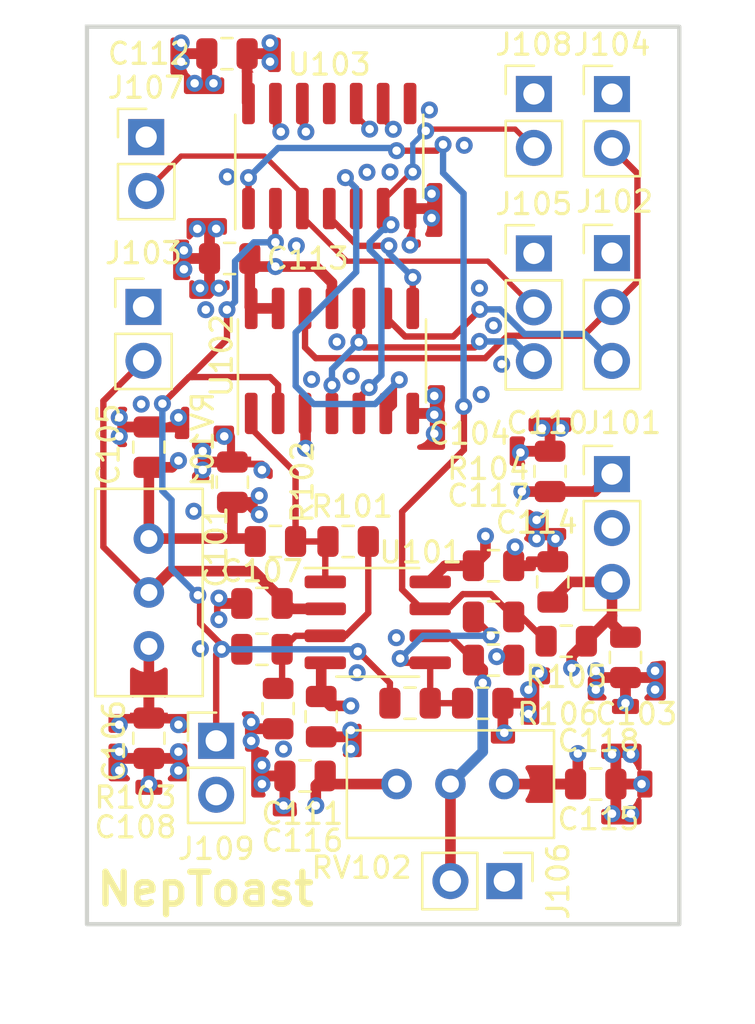
<source format=kicad_pcb>
(kicad_pcb (version 20211014) (generator pcbnew)
  (title_block (comment 4 "AISLER Project ID: MQHRUSWM"))
  (layers (0 "F.Cu" signal) (1 "In1.Cu" power) (2 "In2.Cu" power) (31 "B.Cu" signal) (34 "B.Paste" user) (35 "F.Paste" user) (36 "B.SilkS" user "B.Silkscreen") (37 "F.SilkS" user "F.Silkscreen") (38 "B.Mask" user) (39 "F.Mask" user) (44 "Edge.Cuts" user))
  (net 0 "")
  (net 1 "+5V")
  (net 2 "GND")
  (net 3 "-5V")
  (net 4 "/Ref_Comp_A")
  (net 5 "/Signal_Comp_A")
  (net 6 "/Ref_Comp_B")
  (net 7 "/Signal_Comp_B")
  (net 8 "/Signal_Out_Rising")
  (net 9 "/Rising_Edge_Out")
  (net 10 "Signal_Rising")
  (net 11 "/Signal_Out_Falling")
  (net 12 "/Falling_Edge_Out")
  (net 13 "Signal_Falling")
  (net 14 "/Both_Edges_Out")
  (net 15 "Signal_In")
  (net 16 "/Comp_Out_A")
  (net 17 "/Comp_Out_B")
  (net 18 "Net-(U102-Pad6)")
  (net 19 "Net-(U102-Pad8)")
  (footprint "Capacitor_SMD:C_0805_2012Metric" (layer "F.Cu") (at 62.225 73.152)
    (fp_text reference "C115")
    (fp_text value "10u")
  )
  (footprint "Capacitor_SMD:C_0805_2012Metric" (layer "F.Cu") (at 60.198 63.627 90)
    (fp_text reference "C114")
    (fp_text value "100n")
  )
  (footprint "Connector_PinHeader_2.54mm:PinHeader_1x03_P2.54mm_Vertical" (layer "F.Cu") (at 59.309 48.148)
    (fp_text reference "J105")
    (fp_text value "Conn_01x03_Male")
  )
  (footprint "Capacitor_SMD:C_0805_2012Metric" (layer "F.Cu") (at 46.482 64.643 180)
    (fp_text reference "C107")
    (fp_text value "1u")
  )
  (footprint "Capacitor_SMD:C_0805_2012Metric" (layer "F.Cu") (at 41.148 70.993 -90)
    (fp_text reference "C106")
    (fp_text value "10u")
  )
  (footprint "Capacitor_SMD:C_0805_2012Metric" (layer "F.Cu") (at 49.276 69.977 -90)
    (fp_text reference "C111")
    (fp_text value "100n")
  )
  (footprint "Connector_PinHeader_2.54mm:PinHeader_1x03_P2.54mm_Vertical" (layer "F.Cu") (at 62.992 58.547)
    (fp_text reference "J101")
    (fp_text value "Conn_01x03_Male")
  )
  (footprint "Capacitor_SMD:C_0805_2012Metric" (layer "F.Cu") (at 45.085 58.928 90)
    (fp_text reference "C101")
    (fp_text value "100n")
  )
  (footprint "Capacitor_SMD:C_0805_2012Metric" (layer "F.Cu") (at 48.514 72.771 180)
    (fp_text reference "C116")
    (fp_text value "10u")
  )
  (footprint "Capacitor_SMD:C_0805_2012Metric" (layer "F.Cu") (at 57.404 65.278)
    (fp_text reference "R104")
    (fp_text value "100k")
  )
  (footprint "Connector_PinHeader_2.54mm:PinHeader_1x02_P2.54mm_Vertical" (layer "F.Cu") (at 57.912 77.724 -90)
    (fp_text reference "J106")
    (fp_text value "Conn_01x02_Male")
  )
  (footprint "Connector_PinHeader_2.54mm:PinHeader_1x02_P2.54mm_Vertical" (layer "F.Cu") (at 40.894 50.668)
    (fp_text reference "J103")
    (fp_text value "Conn_01x02_Male")
  )
  (footprint "Package_SO:SOIC-14_3.9x8.7mm_P1.27mm" (layer "F.Cu") (at 49.784 53.213 90)
    (fp_text reference "U102")
    (fp_text value "74LS11")
  )
  (footprint "Capacitor_SMD:C_0805_2012Metric" (layer "F.Cu") (at 47.244 69.596 -90)
    (fp_text reference "C108")
    (fp_text value "1n")
  )
  (footprint "Capacitor_SMD:C_0805_2012Metric" (layer "F.Cu") (at 63.627 67.183 -90)
    (fp_text reference "C103")
    (fp_text value "10u")
  )
  (footprint "Capacitor_SMD:C_0805_2012Metric" (layer "F.Cu") (at 53.467 69.342)
    (fp_text reference "R106")
    (fp_text value "10k")
  )
  (footprint "Connector_PinHeader_2.54mm:PinHeader_1x02_P2.54mm_Vertical" (layer "F.Cu") (at 41.021 42.667)
    (fp_text reference "J107")
    (fp_text value "Conn_01x02_Male")
  )
  (footprint "Connector_PinHeader_2.54mm:PinHeader_1x02_P2.54mm_Vertical" (layer "F.Cu") (at 44.323 71.115)
    (fp_text reference "J109")
    (fp_text value "Conn_01x02_Male")
  )
  (footprint "Connector_PinHeader_2.54mm:PinHeader_1x02_P2.54mm_Vertical" (layer "F.Cu") (at 62.992 40.64)
    (fp_text reference "J104")
    (fp_text value "Conn_01x02_Male")
  )
  (footprint "Potentiometer_THT:Potentiometer_Bourns_3296W_Vertical" (layer "F.Cu") (at 41.148 61.585 90)
    (fp_text reference "RV101")
    (fp_text value "R_Potentiometer_Trim")
  )
  (footprint "Connector_PinHeader_2.54mm:PinHeader_1x02_P2.54mm_Vertical" (layer "F.Cu") (at 59.309 40.635)
    (fp_text reference "J108")
    (fp_text value "Conn_01x02_Male")
  )
  (footprint "Capacitor_SMD:C_0805_2012Metric" (layer "F.Cu") (at 60.833 66.421 180)
    (fp_text reference "R105")
    (fp_text value "22k")
  )
  (footprint "Capacitor_SMD:C_0805_2012Metric" (layer "F.Cu") (at 57.404 67.31)
    (fp_text reference "C117")
    (fp_text value "1u")
  )
  (footprint "Package_SO:SOIC-14_3.9x8.7mm_P1.27mm" (layer "F.Cu") (at 49.657 43.561 90)
    (fp_text reference "U103")
    (fp_text value "74LS32")
  )
  (footprint "Capacitor_SMD:C_0805_2012Metric" (layer "F.Cu") (at 41.148 57.277 90)
    (fp_text reference "C105")
    (fp_text value "10u")
  )
  (footprint "Capacitor_SMD:C_0805_2012Metric" (layer "F.Cu") (at 57.404 62.865)
    (fp_text reference "C104")
    (fp_text value "100n")
  )
  (footprint "Capacitor_SMD:C_0805_2012Metric" (layer "F.Cu") (at 44.831 38.735 180)
    (fp_text reference "C112")
    (fp_text value "100n")
  )
  (footprint "Package_SO:SOIC-8_3.9x4.9mm_P1.27mm" (layer "F.Cu") (at 51.943 65.532)
    (fp_text reference "U101")
    (fp_text value "LM393")
  )
  (footprint "Capacitor_SMD:C_0805_2012Metric" (layer "F.Cu") (at 47.117 61.722)
    (fp_text reference "R102")
    (fp_text value "22k")
  )
  (footprint "Connector_PinHeader_2.54mm:PinHeader_1x03_P2.54mm_Vertical" (layer "F.Cu") (at 62.992 48.133)
    (fp_text reference "J102")
    (fp_text value "Conn_01x03_Male")
  )
  (footprint "Potentiometer_THT:Potentiometer_Bourns_3296W_Vertical" (layer "F.Cu") (at 57.912 73.152)
    (fp_text reference "RV102")
    (fp_text value "R_Potentiometer_Trim")
  )
  (footprint "Capacitor_SMD:C_0805_2012Metric" (layer "F.Cu") (at 46.482 66.802)
    (fp_text reference "R103")
    (fp_text value "10k")
  )
  (footprint "Capacitor_SMD:C_0805_2012Metric" (layer "F.Cu") (at 60.071 58.42 90)
    (fp_text reference "C110")
    (fp_text value "10u")
  )
  (footprint "Capacitor_SMD:C_0805_2012Metric" (layer "F.Cu") (at 56.896 69.342)
    (fp_text reference "C118")
    (fp_text value "1n")
  )
  (footprint "Capacitor_SMD:C_0805_2012Metric" (layer "F.Cu") (at 44.958 48.387 180)
    (fp_text reference "C113")
    (fp_text value "100n")
  )
  (footprint "Capacitor_SMD:C_0805_2012Metric" (layer "F.Cu") (at 50.546 61.722 180)
    (fp_text reference "R101")
    (fp_text value "100k")
  )
  (gr_rect (start 66.167 37.465) (end 38.227 79.756) (layer "Edge.Cuts") (width 0.2) (fill none))
  (gr_text "NepToast" (at 43.815 78.105) (layer "F.SilkS") (effects (font (size 1.5 1.5) (thickness 0.3))))
  (segment (start 60.198 64.577) (end 60.198 64.836) (width 0.3) (layer "F.Cu") (net 1))
  (segment (start 61.380489 71.715511) (end 61.380489 73.046511) (width 0.5) (layer "F.Cu") (net 1))
  (segment (start 54.418 63.627) (end 54.418 63.565) (width 0.5) (layer "F.Cu") (net 1))
  (segment (start 45.085 59.878) (end 46.04 59.878) (width 0.5) (layer "F.Cu") (net 1))
  (segment (start 45.781 59.878) (end 46.355 60.452) (width 0.5) (layer "F.Cu") (net 1))
  (segment (start 62.992 65.598) (end 63.627 66.233) (width 0.5) (layer "F.Cu") (net 1))
  (segment (start 45.781 38.735) (end 45.781 41.02) (width 0.5) (layer "F.Cu") (net 1))
  (segment (start 47.117 48.768) (end 49.022 48.768) (width 0.5) (layer "F.Cu") (net 1))
  (segment (start 61.971 66.233) (end 61.783 66.421) (width 0.25) (layer "F.Cu") (net 1))
  (segment (start 62.992 63.627) (end 62.992 65.212) (width 0.5) (layer "F.Cu") (net 1))
  (segment (start 62.992 65.212) (end 62.992 65.598) (width 0.5) (layer "F.Cu") (net 1))
  (segment (start 45.974 50.738) (end 47.244 50.738) (width 0.5) (layer "F.Cu") (net 1))
  (segment (start 41.148 61.585) (end 44.968 61.585) (width 0.5) (layer "F.Cu") (net 1))
  (segment (start 46.04 59.878) (end 46.355 59.563) (width 0.5) (layer "F.Cu") (net 1))
  (segment (start 45.085 59.878) (end 45.085 61.468) (width 0.5) (layer "F.Cu") (net 1))
  (segment (start 57.023 61.468) (end 57.023 62.296) (width 0.5) (layer "F.Cu") (net 1))
  (segment (start 61.087 67.117) (end 61.783 66.421) (width 0.5) (layer "F.Cu") (net 1))
  (segment (start 45.085 61.468) (end 44.968 61.585) (width 0.5) (layer "F.Cu") (net 1))
  (segment (start 61.380489 73.046511) (end 61.275 73.152) (width 0.5) (layer "F.Cu") (net 1))
  (segment (start 45.085 59.878) (end 45.781 59.878) (width 0.5) (layer "F.Cu") (net 1))
  (segment (start 48.54022 55.71422) (end 48.514 55.688) (width 0.5) (layer "F.Cu") (net 1))
  (segment (start 45.781 41.02) (end 45.847 41.086) (width 0.5) (layer "F.Cu") (net 1))
  (segment (start 48.54022 57.327899) (end 48.54022 55.71422) (width 0.5) (layer "F.Cu") (net 1))
  (segment (start 46.289 48.768) (end 45.908 48.387) (width 0.5) (layer "F.Cu") (net 1))
  (segment (start 49.784 49.53) (end 49.784 50.738) (width 0.5) (layer "F.Cu") (net 1))
  (segment (start 47.117 48.768) (end 46.289 48.768) (width 0.5) (layer "F.Cu") (net 1))
  (segment (start 61.087 67.691) (end 61.087 67.117) (width 0.5) (layer "F.Cu") (net 1))
  (segment (start 45.908 50.672) (end 45.974 50.738) (width 0.5) (layer "F.Cu") (net 1))
  (segment (start 57.023 62.296) (end 56.454 62.865) (width 0.5) (layer "F.Cu") (net 1))
  (segment (start 54.418 63.565) (end 55.118 62.865) (width 0.5) (layer "F.Cu") (net 1))
  (segment (start 62.992 63.627) (end 61.021 63.627) (width 0.5) (layer "F.Cu") (net 1))
  (segment (start 55.118 62.865) (end 56.454 62.865) (width 0.5) (layer "F.Cu") (net 1))
  (segment (start 44.968 61.585) (end 46.03 61.585) (width 0.5) (layer "F.Cu") (net 1))
  (segment (start 41.148 61.585) (end 41.148 58.227) (width 0.5) (layer "F.Cu") (net 1))
  (segment (start 62.992 65.212) (end 61.783 66.421) (width 0.5) (layer "F.Cu") (net 1))
  (segment (start 56.454 62.865) (end 56.454 63.053) (width 0.5) (layer "F.Cu") (net 1))
  (segment (start 61.021 63.627) (end 60.071 64.577) (width 0.5) (layer "F.Cu") (net 1))
  (segment (start 57.912 73.152) (end 61.275 73.152) (width 0.5) (layer "F.Cu") (net 1))
  (segment (start 45.908 48.387) (end 45.908 50.672) (width 0.5) (layer "F.Cu") (net 1))
  (segment (start 41.148 58.227) (end 42.23 58.227) (width 0.5) (layer "F.Cu") (net 1))
  (segment (start 49.022 48.768) (end 49.784 49.53) (width 0.5) (layer "F.Cu") (net 1))
  (segment (start 42.23 58.227) (end 42.545 57.912) (width 0.5) (layer "F.Cu") (net 1))
  (segment (start 46.03 61.585) (end 46.167 61.722) (width 0.5) (layer "F.Cu") (net 1))
  (via (at 61.380489 71.715511) (size 0.8) (drill 0.4) (layers "F.Cu" "B.Cu") (net 1))
  (via (at 47.117 48.768) (size 0.8) (drill 0.4) (layers "F.Cu" "B.Cu") (net 1))
  (via (at 46.863 38.227) (size 0.8) (drill 0.4) (layers "F.Cu" "B.Cu") (net 1))
  (via (at 61.087 67.691) (size 0.8) (drill 0.4) (layers "F.Cu" "B.Cu") (net 1))
  (via (at 57.023 61.468) (size 0.8) (drill 0.4) (layers "F.Cu" "B.Cu") (net 1))
  (via (at 42.545 57.912) (size 0.8) (drill 0.4) (layers "F.Cu" "B.Cu") (net 1))
  (via (at 46.863 39.116) (size 0.8) (drill 0.4) (layers "F.Cu" "B.Cu") (net 1))
  (via (at 46.355 60.452) (size 0.8) (drill 0.4) (layers "F.Cu" "B.Cu") (net 1))
  (via (at 48.54022 57.327899) (size 0.8) (drill 0.4) (layers "F.Cu" "B.Cu") (net 1))
  (via (at 46.355 59.563) (size 0.8) (drill 0.4) (layers "F.Cu" "B.Cu") (net 1))
  (segment (start 47.371 42.418) (end 47.117 42.164) (width 0.25) (layer "F.Cu") (net 2))
  (segment (start 52.675563 42.298698) (end 52.197 41.820135) (width 0.25) (layer "F.Cu") (net 2))
  (segment (start 52.197 41.820135) (end 52.197 41.086) (width 0.25) (layer "F.Cu") (net 2))
  (segment (start 50.927 41.656) (end 50.927 41.086) (width 0.25) (layer "F.Cu") (net 2))
  (segment (start 47.117 42.164) (end 47.117 41.086) (width 0.25) (layer "F.Cu") (net 2))
  (segment (start 51.562 42.291) (end 50.927 41.656) (width 0.25) (layer "F.Cu") (net 2))
  (segment (start 48.387 42.2515) (end 48.387 41.086) (width 0.25) (layer "F.Cu") (net 2))
  (segment (start 48.5535 42.418) (end 48.387 42.2515) (width 0.25) (layer "F.Cu") (net 2))
  (via (at 58.42 61.976) (size 0.8) (drill 0.4) (layers "F.Cu" "B.Cu") (net 2))
  (via (at 63.627 69.342) (size 0.8) (drill 0.4) (layers "F.Cu" "B.Cu") (net 2))
  (via (at 54.61 56.642) (size 0.8) (drill 0.4) (layers "F.Cu" "B.Cu") (net 2))
  (via (at 47.498 74.168) (size 0.8) (drill 0.4) (layers "F.Cu" "B.Cu") (net 2))
  (via (at 42.799 48.895) (size 0.8) (drill 0.4) (layers "F.Cu" "B.Cu") (net 2))
  (via (at 60.579 56.388) (size 0.8) (drill 0.4) (layers "F.Cu" "B.Cu") (net 2))
  (via (at 53.467 47.752) (size 0.8) (drill 0.4) (layers "F.Cu" "B.Cu") (net 2))
  (via (at 42.545 71.628) (size 0.8) (drill 0.4) (layers "F.Cu" "B.Cu") (net 2))
  (via (at 59.69 56.388) (size 0.8) (drill 0.4) (layers "F.Cu" "B.Cu") (net 2))
  (via (at 59.055 68.707) (size 0.8) (drill 0.4) (layers "F.Cu" "B.Cu") (net 2))
  (via (at 44.45 64.389) (size 0.8) (drill 0.4) (layers "F.Cu" "B.Cu") (net 2))
  (via (at 62.992 71.755) (size 0.8) (drill 0.4) (layers "F.Cu" "B.Cu") (net 2))
  (via (at 62.23 67.818) (size 0.8) (drill 0.4) (layers "F.Cu" "B.Cu") (net 2))
  (via (at 52.819374 66.255835) (size 0.8) (drill 0.4) (layers "F.Cu" "B.Cu") (net 2))
  (via (at 48.821734 54.085724) (size 0.8) (drill 0.4) (layers "F.Cu" "B.Cu") (net 2))
  (via (at 59.436 61.595) (size 0.8) (drill 0.4) (layers "F.Cu" "B.Cu") (net 2))
  (via (at 56.822438 54.797297) (size 0.8) (drill 0.4) (layers "F.Cu" "B.Cu") (net 2))
  (via (at 54.483 45.339) (size 0.8) (drill 0.4) (layers "F.Cu" "B.Cu") (net 2))
  (via (at 43.577826 66.776378) (size 0.8) (drill 0.4) (layers "F.Cu" "B.Cu") (net 2))
  (via (at 54.61 54.864) (size 0.8) (drill 0.4) (layers "F.Cu" "B.Cu") (net 2))
  (via (at 56.740762 49.78498) (size 0.8) (drill 0.4) (layers "F.Cu" "B.Cu") (net 2))
  (via (at 57.789502 53.366952) (size 0.8) (drill 0.4) (layers "F.Cu" "B.Cu") (net 2))
  (via (at 54.380718 41.388965) (size 0.8) (drill 0.4) (layers "F.Cu" "B.Cu") (net 2))
  (via (at 39.751 55.88) (size 0.8) (drill 0.4) (layers "F.Cu" "B.Cu") (net 2))
  (via (at 43.434 46.99) (size 0.8) (drill 0.4) (layers "F.Cu" "B.Cu") (net 2))
  (via (at 42.672 38.227) (size 0.8) (drill 0.4) (layers "F.Cu" "B.Cu") (net 2))
  (via (at 42.672 39.116) (size 0.8) (drill 0.4) (layers "F.Cu" "B.Cu") (net 2))
  (via (at 63.881 74.549) (size 0.8) (drill 0.4) (layers "F.Cu" "B.Cu") (net 2))
  (via (at 59.563 67.945) (size 0.8) (drill 0.4) (layers "F.Cu" "B.Cu") (net 2))
  (via (at 44.196 40.132) (size 0.8) (drill 0.4) (layers "F.Cu" "B.Cu") (net 2))
  (via (at 43.831497 50.8) (size 0.8) (drill 0.4) (layers "F.Cu" "B.Cu") (net 2))
  (via (at 46.482 73.152) (size 0.8) (drill 0.4) (layers "F.Cu" "B.Cu") (net 2))
  (via (at 39.751 56.769) (size 0.8) (drill 0.4) (layers "F.Cu" "B.Cu") (net 2))
  (via (at 43.307 40.132) (size 0.8) (drill 0.4) (layers "F.Cu" "B.Cu") (net 2))
  (via (at 47.498 71.501) (size 0.8) (drill 0.4) (layers "F.Cu" "B.Cu") (net 2))
  (via (at 62.992 74.549) (size 0.8) (drill 0.4) (layers "F.Cu" "B.Cu") (net 2))
  (via (at 54.483 46.482) (size 0.8) (drill 0.4) (layers "F.Cu" "B.Cu") (net 2))
  (via (at 42.545 55.88) (size 0.8) (drill 0.4) (layers "F.Cu" "B.Cu") (net 2))
  (via (at 43.561 49.784) (size 0.8) (drill 0.4) (layers "F.Cu" "B.Cu") (net 2))
  (via (at 60.325 61.595) (size 0.8) (drill 0.4) (layers "F.Cu" "B.Cu") (net 2))
  (via (at 40.788034 55.250119) (size 0.8) (drill 0.4) (layers "F.Cu" "B.Cu") (net 2))
  (via (at 42.545 72.517) (size 0.8) (drill 0.4) (layers "F.Cu" "B.Cu") (net 2))
  (via (at 51.435 44.323) (size 0.8) (drill 0.4) (layers "F.Cu" "B.Cu") (net 2))
  (via (at 65.024 67.818) (size 0.8) (drill 0.4) (layers "F.Cu" "B.Cu") (net 2))
  (via (at 39.751 71.628) (size 0.8) (drill 0.4) (layers "F.Cu" "B.Cu") (net 2))
  (via (at 50.673 71.501) (size 0.8) (drill 0.4) (layers "F.Cu" "B.Cu") (net 2))
  (via (at 44.45 65.405) (size 0.8) (drill 0.4) (layers "F.Cu" "B.Cu") (net 2))
  (via (at 50.016023 52.314523) (size 0.8) (drill 0.4) (layers "F.Cu" "B.Cu") (net 2))
  (via (at 44.45 49.784) (size 0.8) (drill 0.4) (layers "F.Cu" "B.Cu") (net 2))
  (via (at 44.323 46.99) (size 0.8) (drill 0.4) (layers "F.Cu" "B.Cu") (net 2))
  (via (at 45.974 71.12) (size 0.8) (drill 0.4) (layers "F.Cu" "B.Cu") (net 2))
  (via (at 56.022672 43.05301) (size 0.8) (drill 0.4) (layers "F.Cu" "B.Cu") (net 2))
  (via (at 52.675563 42.298698) (size 0.8) (drill 0.4) (layers "F.Cu" "B.Cu") (net 2))
  (via (at 44.848201 44.5395) (size 0.8) (drill 0.4) (layers "F.Cu" "B.Cu") (net 2))
  (via (at 43.269117 60.297681) (size 0.8) (drill 0.4) (layers "F.Cu" "B.Cu") (net 2))
  (via (at 50.971168 67.906122) (size 0.8) (drill 0.4) (layers "F.Cu" "B.Cu") (net 2))
  (via (at 59.055 69.85) (size 0.8) (drill 0.4) (layers "F.Cu" "B.Cu") (net 2))
  (via (at 59.436 60.706) (size 0.8) (drill 0.4) (layers "F.Cu" "B.Cu") (net 2))
  (via (at 41.148 73.152) (size 0.8) (drill 0.4) (layers "F.Cu" "B.Cu") (net 2))
  (via (at 42.799 48.006) (size 0.8) (drill 0.4) (layers "F.Cu" "B.Cu") (net 2))
  (via (at 44.704 56.769) (size 0.8) (drill 0.4) (layers "F.Cu" "B.Cu") (net 2))
  (via (at 43.688 57.465) (size 0.8) (drill 0.4) (layers "F.Cu" "B.Cu") (net 2))
  (via (at 43.688 58.354) (size 0.8) (drill 0.4) (layers "F.Cu" "B.Cu") (net 2))
  (via (at 54.61 55.753) (size 0.8) (drill 0.4) (layers "F.Cu" "B.Cu") (net 2))
  (via (at 48.102904 47.789317) (size 0.8) (drill 0.4) (layers "F.Cu" "B.Cu") (net 2))
  (via (at 52.52183 44.3105) (size 0.8) (drill 0.4) (layers "F.Cu" "B.Cu") (net 2))
  (via (at 58.674 57.531) (size 0.8) (drill 0.4) (layers "F.Cu" "B.Cu") (net 2))
  (via (at 57.5535 67.147286) (size 0.8) (drill 0.4) (layers "F.Cu" "B.Cu") (net 2))
  (via (at 65.024 68.707) (size 0.8) (drill 0.4) (layers "F.Cu" "B.Cu") (net 2))
  (via (at 46.482 72.263) (size 0.8) (drill 0.4) (layers "F.Cu" "B.Cu") (net 2))
  (via (at 48.5535 42.418) (size 0.8) (drill 0.4) (layers "F.Cu" "B.Cu") (net 2))
  (via (at 47.371 42.418) (size 0.8) (drill 0.4) (layers "F.Cu" "B.Cu") (net 2))
  (via (at 57.402648 51.546273) (size 0.8) (drill 0.4) (layers "F.Cu" "B.Cu") (net 2))
  (via (at 64.389 73.152) (size 0.8) (drill 0.4) (layers "F.Cu" "B.Cu") (net 2))
  (via (at 50.690932 53.935907) (size 0.8) (drill 0.4) (layers "F.Cu" "B.Cu") (net 2))
  (via (at 50.673 70.612) (size 0.8) (drill 0.4) (layers "F.Cu" "B.Cu") (net 2))
  (via (at 46.482 58.354) (size 0.8) (drill 0.4) (layers "F.Cu" "B.Cu") (net 2))
  (via (at 51.562 42.291) (size 0.8) (drill 0.4) (layers "F.Cu" "B.Cu") (net 2))
  (via (at 62.23 68.707) (size 0.8) (drill 0.4) (layers "F.Cu" "B.Cu") (net 2))
  (via (at 45.974 70.231) (size 0.8) (drill 0.4) (layers "F.Cu" "B.Cu") (net 2))
  (via (at 39.751 72.517) (size 0.8) (drill 0.4) (layers "F.Cu" "B.Cu") (net 2))
  (via (at 63.881 71.755) (size 0.8) (drill 0.4) (layers "F.Cu" "B.Cu") (net 2))
  (via (at 57.912 70.739) (size 0.8) (drill 0.4) (layers "F.Cu" "B.Cu") (net 2))
  (segment (start 60.071 59.37) (end 58.74 59.37) (width 0.5) (layer "F.Cu") (net 3))
  (segment (start 62.169 59.37) (end 62.992 58.547) (width 0.5) (layer "F.Cu") (net 3))
  (segment (start 49.276 67.629) (end 49.468 67.437) (width 0.5) (layer "F.Cu") (net 3))
  (segment (start 49.022 74.168) (end 49.022 73.213) (width 0.5) (layer "F.Cu") (net 3))
  (segment (start 49.022 73.213) (end 49.464 72.771) (width 0.5) (layer "F.Cu") (net 3))
  (segment (start 50.673 69.469) (end 49.718 69.469) (width 0.5) (layer "F.Cu") (net 3))
  (segment (start 49.845 73.152) (end 49.464 72.771) (width 0.5) (layer "F.Cu") (net 3))
  (segment (start 49.718 69.469) (end 49.276 69.027) (width 0.5) (layer "F.Cu") (net 3))
  (segment (start 58.674 59.436) (end 58.74 59.37) (width 0.5) (layer "F.Cu") (net 3))
  (segment (start 41.148 66.665) (end 41.148 70.043) (width 0.5) (layer "F.Cu") (net 3))
  (segment (start 60.071 59.37) (end 62.169 59.37) (width 0.5) (layer "F.Cu") (net 3))
  (segment (start 52.832 73.152) (end 49.845 73.152) (width 0.5) (layer "F.Cu") (net 3))
  (segment (start 49.276 69.027) (end 49.276 67.629) (width 0.5) (layer "F.Cu") (net 3))
  (via (at 58.74 59.37) (size 0.8) (drill 0.4) (layers "F.Cu" "B.Cu") (net 3))
  (via (at 49.022 74.168) (size 0.8) (drill 0.4) (layers "F.Cu" "B.Cu") (net 3))
  (via (at 42.545 70.358) (size 0.8) (drill 0.4) (layers "F.Cu" "B.Cu") (net 3))
  (via (at 39.751 70.358) (size 0.8) (drill 0.4) (layers "F.Cu" "B.Cu") (net 3))
  (via (at 50.673 69.469) (size 0.8) (drill 0.4) (layers "F.Cu" "B.Cu") (net 3))
  (segment (start 39.001489 61.978489) (end 41.148 64.125) (width 0.3) (layer "F.Cu") (net 4))
  (segment (start 47.879 64.897) (end 49.468 64.897) (width 0.5) (layer "F.Cu") (net 4))
  (segment (start 39.001489 55.100511) (end 39.001489 61.978489) (width 0.3) (layer "F.Cu") (net 4))
  (segment (start 40.894 53.208) (end 39.001489 55.100511) (width 0.3) (layer "F.Cu") (net 4))
  (segment (start 42.154 63.119) (end 46.101 63.119) (width 0.5) (layer "F.Cu") (net 4))
  (segment (start 46.101 63.119) (end 47.879 64.897) (width 0.5) (layer "F.Cu") (net 4))
  (segment (start 41.148 64.125) (end 42.154 63.119) (width 0.5) (layer "F.Cu") (net 4))
  (segment (start 51.496 65.09) (end 51.496 61.722) (width 0.3) (layer "F.Cu") (net 5))
  (segment (start 47.432 66.802) (end 47.432 68.331) (width 0.3) (layer "F.Cu") (net 5))
  (segment (start 47.432 66.802) (end 48.067 66.167) (width 0.3) (layer "F.Cu") (net 5))
  (segment (start 49.468 66.167) (end 50.419 66.167) (width 0.3) (layer "F.Cu") (net 5))
  (segment (start 50.419 66.167) (end 51.496 65.09) (width 0.3) (layer "F.Cu") (net 5))
  (segment (start 48.067 66.167) (end 49.468 66.167) (width 0.3) (layer "F.Cu") (net 5))
  (segment (start 47.432 68.331) (end 47.244 68.519) (width 0.3) (layer "F.Cu") (net 5))
  (segment (start 56.896 68.385699) (end 56.896 67.752) (width 0.5) (layer "F.Cu") (net 6))
  (segment (start 55.372 77.724) (end 55.372 73.152) (width 0.5) (layer "F.Cu") (net 6))
  (segment (start 54.418 66.167) (end 55.311 66.167) (width 0.3) (layer "F.Cu") (net 6))
  (segment (start 56.896 67.752) (end 56.454 67.31) (width 0.5) (layer "F.Cu") (net 6))
  (segment (start 55.311 66.167) (end 56.454 67.31) (width 0.3) (layer "F.Cu") (net 6))
  (via (at 56.896 68.385699) (size 0.8) (drill 0.4) (layers "F.Cu" "B.Cu") (net 6))
  (segment (start 56.896 71.628) (end 55.372 73.152) (width 0.5) (layer "B.Cu") (net 6))
  (segment (start 56.896 68.385699) (end 56.896 71.628) (width 0.5) (layer "B.Cu") (net 6))
  (segment (start 53.014419 67.238419) (end 53.213 67.437) (width 0.3) (layer "F.Cu") (net 7))
  (segment (start 54.417 67.438) (end 54.418 67.437) (width 0.3) (layer "F.Cu") (net 7))
  (segment (start 57.277 66.167) (end 57.277 66.101) (width 0.3) (layer "F.Cu") (net 7))
  (segment (start 53.213 67.437) (end 54.418 67.437) (width 0.3) (layer "F.Cu") (net 7))
  (segment (start 57.277 66.101) (end 56.454 65.278) (width 0.3) (layer "F.Cu") (net 7))
  (segment (start 55.946 69.342) (end 54.417 69.342) (width 0.3) (layer "F.Cu") (net 7))
  (segment (start 53.002495 67.238419) (end 53.014419 67.238419) (width 0.3) (layer "F.Cu") (net 7))
  (segment (start 54.417 69.342) (end 54.417 67.438) (width 0.3) (layer "F.Cu") (net 7))
  (via (at 53.002495 67.238419) (size 0.8) (drill 0.4) (layers "F.Cu" "B.Cu") (net 7))
  (via (at 57.277 66.167) (size 0.8) (drill 0.4) (layers "F.Cu" "B.Cu") (net 7))
  (segment (start 54.073914 66.167) (end 57.277 66.167) (width 0.3) (layer "B.Cu") (net 7))
  (segment (start 53.002495 67.238419) (end 54.073914 66.167) (width 0.3) (layer "B.Cu") (net 7))
  (segment (start 58.068011 52.028489) (end 61.636511 52.028489) (width 0.3) (layer "F.Cu") (net 9))
  (segment (start 64.191511 49.473489) (end 64.191511 44.379511) (width 0.3) (layer "F.Cu") (net 9))
  (segment (start 48.514 50.738) (end 48.514 52.578) (width 0.3) (layer "F.Cu") (net 9))
  (segment (start 49.022 53.086) (end 57.0105 53.086) (width 0.3) (layer "F.Cu") (net 9))
  (segment (start 62.992 50.673) (end 64.191511 49.473489) (width 0.3) (layer "F.Cu") (net 9))
  (segment (start 61.636511 52.028489) (end 62.992 50.673) (width 0.3) (layer "F.Cu") (net 9))
  (segment (start 64.191511 44.379511) (end 62.992 43.18) (width 0.3) (layer "F.Cu") (net 9))
  (segment (start 57.0105 53.086) (end 58.068011 52.028489) (width 0.3) (layer "F.Cu") (net 9))
  (segment (start 48.514 52.578) (end 49.022 53.086) (width 0.3) (layer "F.Cu") (net 9))
  (segment (start 52.324 50.738) (end 52.324 51.149427) (width 0.3) (layer "F.Cu") (net 10))
  (segment (start 52.324 51.054) (end 52.197 51.181) (width 0.3) (layer "F.Cu") (net 10))
  (segment (start 56.769 50.8) (end 56.755728 50.786728) (width 0.3) (layer "F.Cu") (net 10))
  (segment (start 52.324 51.149427) (end 53.237093 52.06252) (width 0.3) (layer "F.Cu") (net 10))
  (segment (start 56.755728 50.786728) (end 56.755728 50.784369) (width 0.3) (layer "F.Cu") (net 10))
  (segment (start 55.50648 52.06252) (end 56.769 50.8) (width 0.3) (layer "F.Cu") (net 10))
  (segment (start 53.237093 52.06252) (end 55.50648 52.06252) (width 0.3) (layer "F.Cu") (net 10))
  (via (at 56.755728 50.784369) (size 0.8) (drill 0.4) (layers "F.Cu" "B.Cu") (net 10))
  (segment (start 58.867634 51.943) (end 61.722 51.943) (width 0.3) (layer "B.Cu") (net 10))
  (segment (start 56.755728 50.784369) (end 57.709003 50.784369) (width 0.3) (layer "B.Cu") (net 10))
  (segment (start 57.709003 50.784369) (end 58.867634 51.943) (width 0.3) (layer "B.Cu") (net 10))
  (segment (start 61.722 51.943) (end 62.992 53.213) (width 0.3) (layer "B.Cu") (net 10))
  (segment (start 46.600386 43.561) (end 42.667 43.561) (width 0.25) (layer "F.Cu") (net 12))
  (segment (start 48.387 45.347614) (end 46.600386 43.561) (width 0.25) (layer "F.Cu") (net 12))
  (segment (start 48.387 46.036) (end 48.387 46.412072) (width 0.25) (layer "F.Cu") (net 12))
  (segment (start 42.667 43.561) (end 41.021 45.207) (width 0.25) (layer "F.Cu") (net 12))
  (segment (start 50.488928 48.514) (end 57.135 48.514) (width 0.25) (layer "F.Cu") (net 12))
  (segment (start 48.387 46.036) (end 48.387 45.347614) (width 0.25) (layer "F.Cu") (net 12))
  (segment (start 48.387 46.412072) (end 50.488928 48.514) (width 0.25) (layer "F.Cu") (net 12))
  (segment (start 41.49152 44.73648) (end 41.021 45.207) (width 0.25) (layer "F.Cu") (net 12))
  (segment (start 57.135 48.514) (end 59.309 50.688) (width 0.25) (layer "F.Cu") (net 12))
  (segment (start 49.784 54.356) (end 49.784 55.688) (width 0.3) (layer "F.Cu") (net 13))
  (segment (start 56.740773 52.352227) (end 56.740773 52.295773) (width 0.3) (layer "F.Cu") (net 13))
  (segment (start 51.054 52.3365) (end 51.054 50.738) (width 0.3) (layer "F.Cu") (net 13))
  (segment (start 51.054 52.3365) (end 51.2955 52.578) (width 0.3) (layer "F.Cu") (net 13))
  (segment (start 51.2955 52.578) (end 56.515 52.578) (width 0.3) (layer "F.Cu") (net 13))
  (segment (start 56.515 52.578) (end 56.740773 52.352227) (width 0.3) (layer "F.Cu") (net 13))
  (via (at 49.784 54.356) (size 0.8) (drill 0.4) (layers "F.Cu" "B.Cu") (net 13))
  (via (at 51.054 52.3365) (size 0.8) (drill 0.4) (layers "F.Cu" "B.Cu") (net 13))
  (via (at 56.740773 52.295773) (size 0.8) (drill 0.4) (layers "F.Cu" "B.Cu") (net 13))
  (segment (start 58.376773 52.295773) (end 59.309 53.228) (width 0.3) (layer "B.Cu") (net 13))
  (segment (start 56.740773 52.295773) (end 58.376773 52.295773) (width 0.3) (layer "B.Cu") (net 13))
  (segment (start 49.784 53.6065) (end 51.054 52.3365) (width 0.3) (layer "B.Cu") (net 13))
  (segment (start 49.784 54.356) (end 49.784 53.6065) (width 0.3) (layer "B.Cu") (net 13))
  (segment (start 58.425 42.291) (end 59.309 43.175) (width 0.25) (layer "F.Cu") (net 14))
  (segment (start 51.537258 54.467638) (end 51.054 54.950896) (width 0.3) (layer "F.Cu") (net 14))
  (segment (start 54.28923 42.291) (end 58.425 42.291) (width 0.25) (layer "F.Cu") (net 14))
  (segment (start 51.054 54.950896) (end 51.054 55.688) (width 0.3) (layer "F.Cu") (net 14))
  (segment (start 52.197 46.424442) (end 52.197 46.036) (width 0.3) (layer "F.Cu") (net 14))
  (segment (start 52.197 46.036) (end 52.197 45.659928) (width 0.25) (layer "F.Cu") (net 14))
  (segment (start 54.206979 42.373251) (end 54.28923 42.291) (width 0.25) (layer "F.Cu") (net 14))
  (segment (start 52.197 45.659928) (end 53.594 44.262928) (width 0.25) (layer "F.Cu") (net 14))
  (segment (start 52.5675 46.794942) (end 52.197 46.424442) (width 0.3) (layer "F.Cu") (net 14))
  (segment (start 53.594 44.262928) (end 53.594 44.069) (width 0.25) (layer "F.Cu") (net 14))
  (segment (start 53.594 44.069) (end 53.594 44.3105) (width 0.25) (layer "F.Cu") (net 14))
  (via (at 54.206979 42.373251) (size 0.8) (drill 0.4) (layers "F.Cu" "B.Cu") (net 14))
  (via (at 52.5675 46.794942) (size 0.8) (drill 0.4) (layers "F.Cu" "B.Cu") (net 14))
  (via (at 51.537258 54.467638) (size 0.8) (drill 0.4) (layers "F.Cu" "B.Cu") (net 14))
  (via (at 53.594 44.3105) (size 0.8) (drill 0.4) (layers "F.Cu" "B.Cu") (net 14))
  (segment (start 52.322453 47.039989) (end 52.157742 47.039989) (width 0.3) (layer "B.Cu") (net 14))
  (segment (start 52.157742 47.039989) (end 51.562 47.635731) (width 0.3) (layer "B.Cu") (net 14))
  (segment (start 51.562 47.635731) (end 51.562 47.96047) (width 0.3) (layer "B.Cu") (net 14))
  (segment (start 51.562 47.96047) (end 52.116446 48.514916) (width 0.3) (layer "B.Cu") (net 14))
  (segment (start 54.206979 42.373251) (end 53.594 42.98623) (width 0.25) (layer "B.Cu") (net 14))
  (segment (start 52.5675 46.794942) (end 52.322453 47.039989) (width 0.3) (layer "B.Cu") (net 14))
  (segment (start 52.116446 48.514916) (end 52.116446 53.88845) (width 0.3) (layer "B.Cu") (net 14))
  (segment (start 53.594 42.98623) (end 53.594 44.3105) (width 0.25) (layer "B.Cu") (net 14))
  (segment (start 52.116446 53.88845) (end 51.537258 54.467638) (width 0.3) (layer "B.Cu") (net 14))
  (segment (start 44.323 67.056) (end 44.577 66.802) (width 0.3) (layer "F.Cu") (net 15))
  (segment (start 46.863 53.975) (end 47.244 54.356) (width 0.3) (layer "F.Cu") (net 15))
  (segment (start 41.787296 55.228163) (end 43.040459 53.975) (width 0.3) (layer "F.Cu") (net 15))
  (segment (start 43.561 64.135) (end 43.45959 64.23641) (width 0.3) (layer "F.Cu") (net 15))
  (segment (start 43.040459 53.975) (end 43.18 53.975) (width 0.3) (layer "F.Cu") (net 15))
  (segment (start 44.577 66.802) (end 45.532 66.802) (width 0.3) (layer "F.Cu") (net 15))
  (segment (start 43.040459 53.975) (end 43.053 53.975) (width 0.3) (layer "F.Cu") (net 15))
  (segment (start 43.053 53.975) (end 44.831 52.197) (width 0.3) (layer "F.Cu") (net 15))
  (segment (start 52.517 68.391984) (end 52.517 69.342) (width 0.3) (layer "F.Cu") (net 15))
  (segment (start 43.561 65.57597) (end 43.561 64.135) (width 0.3) (layer "F.Cu") (net 15))
  (segment (start 47.117 47.625) (end 47.117 46.036) (width 0.3) (layer "F.Cu") (net 15))
  (segment (start 51.281627 67.156611) (end 52.517 68.391984) (width 0.3) (layer "F.Cu") (net 15))
  (segment (start 45.532 66.802) (end 44.78703 66.802) (width 0.3) (layer "F.Cu") (net 15))
  (segment (start 44.78703 66.802) (end 43.561 65.57597) (width 0.3) (layer "F.Cu") (net 15))
  (segment (start 51.000883 66.907062) (end 51.250432 67.156611) (width 0.3) (layer "F.Cu") (net 15))
  (segment (start 47.244 54.356) (end 47.244 55.688) (width 0.3) (layer "F.Cu") (net 15))
  (segment (start 44.831 52.197) (end 44.831 50.8) (width 0.3) (layer "F.Cu") (net 15))
  (segment (start 44.323 71.115) (end 44.323 67.056) (width 0.3) (layer "F.Cu") (net 15))
  (segment (start 43.45959 64.23641) (end 43.45959 64.254501) (width 0.3) (layer "F.Cu") (net 15))
  (segment (start 43.18 53.975) (end 46.863 53.975) (width 0.3) (layer "F.Cu") (net 15))
  (segment (start 51.250432 67.156611) (end 51.281627 67.156611) (width 0.3) (layer "F.Cu") (net 15))
  (via (at 51.000883 66.907062) (size 0.8) (drill 0.4) (layers "F.Cu" "B.Cu") (net 15))
  (via (at 44.831 50.8) (size 0.8) (drill 0.4) (layers "F.Cu" "B.Cu") (net 15))
  (via (at 41.787296 55.228163) (size 0.8) (drill 0.4) (layers "F.Cu" "B.Cu") (net 15))
  (via (at 47.117 47.625) (size 0.8) (drill 0.4) (layers "F.Cu" "B.Cu") (net 15))
  (via (at 43.45959 64.254501) (size 0.8) (drill 0.4) (layers "F.Cu" "B.Cu") (net 15))
  (via (at 44.577 66.802) (size 0.8) (drill 0.4) (layers "F.Cu" "B.Cu") (net 15))
  (segment (start 41.783 55.499) (end 41.783 59.334383) (width 0.3) (layer "B.Cu") (net 15))
  (segment (start 50.895821 66.802) (end 44.577 66.802) (width 0.3) (layer "B.Cu") (net 15))
  (segment (start 51.000883 66.907062) (end 50.895821 66.802) (width 0.3) (layer "B.Cu") (net 15))
  (segment (start 42.217511 63.012422) (end 43.45959 64.254501) (width 0.3) (layer "B.Cu") (net 15))
  (segment (start 45.212 50.419) (end 45.212 48.514) (width 0.3) (layer "B.Cu") (net 15))
  (segment (start 44.831 50.8) (end 45.212 50.419) (width 0.3) (layer "B.Cu") (net 15))
  (segment (start 41.783 59.334383) (end 42.217511 59.768894) (width 0.3) (layer "B.Cu") (net 15))
  (segment (start 46.101 47.625) (end 47.117 47.625) (width 0.3) (layer "B.Cu") (net 15))
  (segment (start 42.217511 59.768894) (end 42.217511 63.012422) (width 0.3) (layer "B.Cu") (net 15))
  (segment (start 45.212 48.514) (end 46.101 47.625) (width 0.3) (layer "B.Cu") (net 15))
  (segment (start 41.787296 55.228163) (end 41.787296 55.494704) (width 0.3) (layer "B.Cu") (net 15))
  (segment (start 41.787296 55.494704) (end 41.783 55.499) (width 0.3) (layer "B.Cu") (net 15))
  (segment (start 45.974 55.688) (end 45.974 56.396515) (width 0.3) (layer "F.Cu") (net 16))
  (segment (start 49.468 61.85) (end 49.596 61.722) (width 0.3) (layer "F.Cu") (net 16))
  (segment (start 45.974 56.396515) (end 48.067 58.489515) (width 0.3) (layer "F.Cu") (net 16))
  (segment (start 48.067 58.489515) (end 48.067 61.722) (width 0.3) (layer "F.Cu") (net 16))
  (segment (start 49.596 61.722) (end 48.067 61.722) (width 0.3) (layer "F.Cu") (net 16))
  (segment (start 49.468 63.627) (end 49.468 61.85) (width 0.3) (layer "F.Cu") (net 16))
  (segment (start 56.007 57.404) (end 53.09348 60.31752) (width 0.3) (layer "F.Cu") (net 17))
  (segment (start 45.847 46.036) (end 45.847 44.577) (width 0.3) (layer "F.Cu") (net 17))
  (segment (start 54.418 64.897) (end 55.262151 64.897) (width 0.3) (layer "F.Cu") (net 17))
  (segment (start 58.354 65.278) (end 58.74 65.278) (width 0.3) (layer "F.Cu") (net 17))
  (segment (start 55.955671 64.20348) (end 57.27948 64.20348) (width 0.3) (layer "F.Cu") (net 17))
  (segment (start 53.09348 63.983907) (end 54.006573 64.897) (width 0.3) (layer "F.Cu") (net 17))
  (segment (start 53.09348 60.31752) (end 53.09348 63.983907) (width 0.3) (layer "F.Cu") (net 17))
  (segment (start 55.262151 64.897) (end 55.955671 64.20348) (width 0.3) (layer "F.Cu") (net 17))
  (segment (start 55.991262 55.356262) (end 56.007 55.372) (width 0.3) (layer "F.Cu") (net 17))
  (segment (start 54.732373 43.307) (end 55.023873 43.0155) (width 0.3) (layer "F.Cu") (net 17))
  (segment (start 58.74 65.278) (end 59.883 66.421) (width 0.3) (layer "F.Cu") (net 17))
  (segment (start 57.27948 64.20348) (end 58.354 65.278) (width 0.3) (layer "F.Cu") (net 17))
  (segment (start 56.007 55.372) (end 56.007 57.404) (width 0.3) (layer "F.Cu") (net 17))
  (segment (start 54.006573 64.897) (end 54.418 64.897) (width 0.3) (layer "F.Cu") (net 17))
  (segment (start 52.832 43.307) (end 54.732373 43.307) (width 0.3) (layer "F.Cu") (net 17))
  (via (at 55.023873 43.0155) (size 0.8) (drill 0.4) (layers "F.Cu" "B.Cu") (net 17))
  (via (at 55.991262 55.356262) (size 0.8) (drill 0.4) (layers "F.Cu" "B.Cu") (net 17))
  (via (at 45.847 44.577) (size 0.8) (drill 0.4) (layers "F.Cu" "B.Cu") (net 17))
  (via (at 52.832 43.307) (size 0.8) (drill 0.4) (layers "F.Cu" "B.Cu") (net 17))
  (segment (start 56.007 55.372) (end 55.991262 55.356262) (width 0.3) (layer "B.Cu") (net 17))
  (segment (start 55.023873 43.0155) (end 55.023873 44.355873) (width 0.3) (layer "B.Cu") (net 17))
  (segment (start 55.023873 44.355873) (end 55.991262 45.323262) (width 0.3) (layer "B.Cu") (net 17))
  (segment (start 52.705 43.18) (end 52.832 43.307) (width 0.3) (layer "B.Cu") (net 17))
  (segment (start 45.847 44.577) (end 47.244 43.18) (width 0.3) (layer "B.Cu") (net 17))
  (segment (start 47.244 43.18) (end 52.705 43.18) (width 0.3) (layer "B.Cu") (net 17))
  (segment (start 55.991262 45.323262) (end 55.991262 55.356262) (width 0.3) (layer "B.Cu") (net 17))
  (segment (start 52.705 54.356) (end 52.959 54.102) (width 0.3) (layer "F.Cu") (net 18))
  (segment (start 50.419 44.577) (end 50.927 45.085) (width 0.3) (layer "F.Cu") (net 18))
  (segment (start 50.927 45.085) (end 50.927 46.036) (width 0.3) (layer "F.Cu") (net 18))
  (segment (start 52.324 55.688) (end 52.705 55.307) (width 0.3) (layer "F.Cu") (net 18))
  (segment (start 52.324 55.688) (end 52.324 55.626) (width 0.3) (layer "F.Cu") (net 18))
  (segment (start 52.705 55.307) (end 52.705 54.356) (width 0.3) (layer "F.Cu") (net 18))
  (via (at 50.419 44.577) (size 0.8) (drill 0.4) (layers "F.Cu" "B.Cu") (net 18))
  (via (at 52.959 54.102) (size 0.8) (drill 0.4) (layers "F.Cu" "B.Cu") (net 18))
  (segment (start 52.959 54.105866) (end 51.819866 55.245) (width 0.3) (layer "B.Cu") (net 18))
  (segment (start 50.927 45.085) (end 50.419 44.577) (width 0.3) (layer "B.Cu") (net 18))
  (segment (start 48.072223 54.396183) (end 48.072223 51.876777) (width 0.3) (layer "B.Cu") (net 18))
  (segment (start 48.92104 55.245) (end 48.072223 54.396183) (width 0.3) (layer "B.Cu") (net 18))
  (segment (start 51.819866 55.245) (end 48.92104 55.245) (width 0.3) (layer "B.Cu") (net 18))
  (segment (start 48.072223 51.876777) (end 50.927 49.022) (width 0.3) (layer "B.Cu") (net 18))
  (segment (start 52.959 54.102) (end 52.959 54.105866) (width 0.3) (layer "B.Cu") (net 18))
  (segment (start 50.927 49.022) (end 50.927 45.085) (width 0.3) (layer "B.Cu") (net 18))
  (segment (start 49.657 46.447427) (end 49.657 46.036) (width 0.3) (layer "F.Cu") (net 19))
  (segment (start 49.657 46.036) (end 49.657 45.659928) (width 0.25) (layer "F.Cu") (net 19))
  (segment (start 52.468201 47.7895) (end 50.999073 47.7895) (width 0.3) (layer "F.Cu") (net 19))
  (segment (start 53.594 49.276) (end 53.594 50.738) (width 0.3) (layer "F.Cu") (net 19))
  (segment (start 50.999073 47.7895) (end 49.657 46.447427) (width 0.3) (layer "F.Cu") (net 19))
  (via (at 53.594 49.276) (size 0.8) (drill 0.4) (layers "F.Cu" "B.Cu") (net 19))
  (via (at 52.468201 47.7895) (size 0.8) (drill 0.4) (layers "F.Cu" "B.Cu") (net 19))
  (segment (start 52.468201 47.7895) (end 52.468201 48.150201) (width 0.3) (layer "B.Cu") (net 19))
  (segment (start 52.468201 48.150201) (end 53.594 49.276) (width 0.3) (layer "B.Cu") (net 19))
  (zone (net 1) (net_name "+5V") (layer "F.Cu") (connect_pads (clearance 0.508)) (min_thickness 0.254) (fill yes (thermal_gap 0.508) (thermal_bridge_width 0.508))
    (polygon (pts (xy 47.371 39.624) (xy 45.212 39.624) (xy 45.212 37.719) (xy 47.371 37.719)))
  )
  (zone (net 2) (net_name "GND") (layer "F.Cu") (connect_pads (clearance 0.508)) (min_thickness 0.254) (fill yes (thermal_gap 0.508) (thermal_bridge_width 0.508))
    (polygon (pts (xy 59.944 61.087) (xy 60.833 61.087) (xy 60.833 63.246) (xy 58.928 63.246) (xy 58.928 64.008) (xy 57.785 64.008) (xy 57.785 61.468) (xy 58.928 61.468) (xy 58.928 60.198) (xy 59.944 60.198)))
  )
  (zone (net 2) (net_name "GND") (layer "F.Cu") (connect_pads (clearance 0.508)) (min_thickness 0.254) (fill yes (thermal_gap 0.508) (thermal_bridge_width 0.508))
    (polygon (pts (xy 44.196 57.211) (xy 45.974 57.211) (xy 45.974 57.912) (xy 46.99 57.912) (xy 46.99 58.862) (xy 45.974 58.862) (xy 45.974 58.481) (xy 44.196 58.481) (xy 44.196 58.862) (xy 43.18 58.862) (xy 43.18 56.957) (xy 44.196 56.957)))
  )
  (zone (net 2) (net_name "GND") (layer "F.Cu") (connect_pads (clearance 0.508)) (min_thickness 0.254) (fill yes (thermal_gap 0.508) (thermal_bridge_width 0.508))
    (polygon (pts (xy 46.101 65.405) (xy 44.831 65.405) (xy 44.831 65.913) (xy 43.942 65.913) (xy 43.942 63.881) (xy 44.958 63.881) (xy 46.101 63.881)))
  )
  (zone (net 2) (net_name "GND") (layer "F.Cu") (connect_pads (clearance 0.508)) (min_thickness 0.254) (fill yes (thermal_gap 0.508) (thermal_bridge_width 0.508))
    (polygon (pts (xy 44.577 39.624) (xy 44.704 39.624) (xy 44.704 40.64) (xy 42.799 40.64) (xy 42.799 39.751) (xy 42.164 39.751) (xy 42.164 37.719) (xy 44.577 37.719)))
  )
  (zone (net 2) (net_name "GND") (layer "F.Cu") (connect_pads (clearance 0.508)) (min_thickness 0.254) (fill yes (thermal_gap 0.508) (thermal_bridge_width 0.508))
    (polygon (pts (xy 58.928 67.564) (xy 60.071 67.564) (xy 60.071 68.453) (xy 59.563 68.453) (xy 59.563 70.358) (xy 58.42 70.358) (xy 58.42 71.247) (xy 57.277 71.247) (xy 57.277 68.58) (xy 57.785 68.58) (xy 57.785 66.548) (xy 58.928 66.548)))
  )
  (zone (net 2) (net_name "GND") (layer "F.Cu") (connect_pads (clearance 0.508)) (min_thickness 0.254) (fill yes (thermal_gap 0.508) (thermal_bridge_width 0.508))
    (polygon (pts (xy 51.181 71.882) (xy 50.165 71.882) (xy 50.165 71.501) (xy 48.133 71.501) (xy 48.133 70.104) (xy 51.181 70.104)))
  )
  (zone (net 2) (net_name "GND") (layer "F.Cu") (connect_pads (clearance 0.508)) (min_thickness 0.254) (fill yes (thermal_gap 0.508) (thermal_bridge_width 0.508))
    (polygon (pts (xy 61.087 58.166) (xy 58.166 58.166) (xy 58.166 56.769) (xy 59.055 56.769) (xy 59.055 55.88) (xy 61.087 55.88)))
  )
  (zone (net 2) (net_name "GND") (layer "F.Cu") (connect_pads (clearance 0.508)) (min_thickness 0.254) (fill yes (thermal_gap 0.508) (thermal_bridge_width 0.508))
    (polygon (pts (xy 65.532 69.215) (xy 64.516 69.215) (xy 64.389 69.215) (xy 64.262 69.215) (xy 64.262 69.85) (xy 62.992 69.85) (xy 62.992 69.215) (xy 61.849 69.215) (xy 61.849 67.437) (xy 62.611 67.437) (xy 64.516 67.437) (xy 65.532 67.31)))
  )
  (zone (net 2) (net_name "GND") (layer "F.Cu") (connect_pads (clearance 0.508)) (min_thickness 0.254) (fill yes (thermal_gap 0.508) (thermal_bridge_width 0.508))
    (polygon (pts (xy 43.053 73.025) (xy 42.037 73.025) (xy 41.91 73.025) (xy 41.783 73.025) (xy 41.783 73.66) (xy 40.513 73.66) (xy 40.513 73.025) (xy 39.243 73.025) (xy 39.243 71.247) (xy 40.132 71.247) (xy 43.053 71.247)))
  )
  (zone (net 3) (net_name "-5V") (layer "F.Cu") (connect_pads (clearance 0.508)) (min_thickness 0.254) (fill yes (thermal_gap 0.508) (thermal_bridge_width 0.508))
    (polygon (pts (xy 42.037 69.85) (xy 43.053 69.85) (xy 43.053 70.739) (xy 39.243 70.739) (xy 39.243 69.85) (xy 40.259 69.85) (xy 40.259 65.659) (xy 42.037 65.659)))
  )
  (zone (net 2) (net_name "GND") (layer "F.Cu") (connect_pads (clearance 0.508)) (min_thickness 0.254) (fill yes (mode hatch) (thermal_gap 0.508) (thermal_bridge_width 0.508) (hatch_thickness 1.016) (hatch_gap 1.524) (hatch_orientation 0) (hatch_border_algorithm hatch_thickness) (hatch_min_hole_area 0.3))
    (polygon (pts (xy 40.259 55.626) (xy 42.037 55.626) (xy 42.037 55.372) (xy 43.053 55.372) (xy 43.053 56.896) (xy 42.037 56.896) (xy 40.259 56.896) (xy 40.259 57.277) (xy 39.243 57.277) (xy 39.243 55.372) (xy 40.259 55.372)))
  )
  (zone (net 2) (net_name "GND") (layer "F.Cu") (connect_pads (clearance 0.508)) (min_thickness 0.254) (fill yes (thermal_gap 0.508) (thermal_bridge_width 0.508))
    (polygon (pts (xy 55.118 57.404) (xy 53.213 57.404) (xy 53.213 54.356) (xy 55.118 54.356)))
  )
  (zone (net 2) (net_name "GND") (layer "F.Cu") (connect_pads (clearance 0.508)) (min_thickness 0.254) (fill yes (thermal_gap 0.508) (thermal_bridge_width 0.508))
    (polygon (pts (xy 48.133 74.676) (xy 46.99 74.676) (xy 46.99 73.787) (xy 45.974 73.787) (xy 45.974 71.628) (xy 45.466 71.628) (xy 45.466 69.723) (xy 48.133 69.723)))
  )
  (zone (net 2) (net_name "GND") (layer "F.Cu") (connect_pads (clearance 0.508)) (min_thickness 0.254) (fill yes (thermal_gap 0.508) (thermal_bridge_width 0.508))
    (polygon (pts (xy 64.389 72.517) (xy 64.897 72.517) (xy 64.897 73.787) (xy 64.389 73.787) (xy 64.389 75.057) (xy 62.484 75.057) (xy 62.484 74.041) (xy 62.611 74.041) (xy 62.611 72.39) (xy 62.484 72.39) (xy 62.484 71.247) (xy 64.389 71.247)))
  )
  (zone (net 2) (net_name "GND") (layer "F.Cu") (connect_pads (clearance 0.508)) (min_thickness 0.254) (fill yes (thermal_gap 0.508) (thermal_bridge_width 0.508))
    (polygon (pts (xy 44.831 47.498) (xy 44.577 47.498) (xy 44.577 49.276) (xy 44.958 49.276) (xy 44.958 50.292) (xy 43.053 50.292) (xy 43.053 49.403) (xy 42.291 49.403) (xy 42.291 47.498) (xy 42.926 47.498) (xy 42.926 46.482) (xy 44.831 46.482)))
  )
  (zone (net 1) (net_name "+5V") (layer "F.Cu") (connect_pads (clearance 0.508)) (min_thickness 0.254) (fill yes (thermal_gap 0.508) (thermal_bridge_width 0.508))
    (polygon (pts (xy 61.849 74.041) (xy 57.15 74.041) (xy 57.15 72.263) (xy 61.849 72.263)))
  )
  (zone (net 2) (net_name "GND") (layer "F.Cu") (connect_pads (clearance 0.508)) (min_thickness 0.254) (fill yes (thermal_gap 0.508) (thermal_bridge_width 0.508))
    (polygon (pts (xy 45.212 57.531) (xy 44.196 57.531) (xy 44.196 56.261) (xy 45.212 56.261)))
  )
  (zone (net 2) (net_name "GND") (layer "F.Cu") (connect_pads (clearance 0.508)) (min_thickness 0.254) (fill yes (thermal_gap 0.508) (thermal_bridge_width 0.508))
    (polygon (pts (xy 54.991 47.371) (xy 53.975 47.371) (xy 53.975 48.26) (xy 52.959 48.26) (xy 52.959 47.371) (xy 53.086 47.371) (xy 53.086 44.831) (xy 54.991 44.831)))
  )
)
</source>
